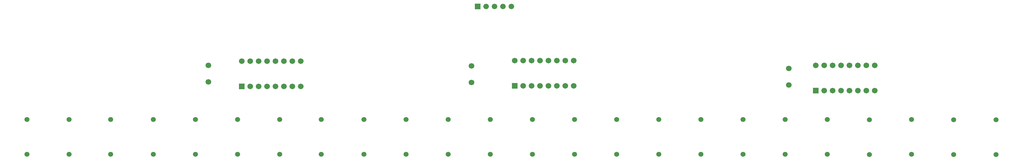
<source format=gbs>
G04 Layer: BottomSolderMaskLayer*
G04 EasyEDA v6.5.43, 2024-08-15 14:15:18*
G04 cb6e2e9fbd21486d88ae5690d2d3dc00,10*
G04 Gerber Generator version 0.2*
G04 Scale: 100 percent, Rotated: No, Reflected: No *
G04 Dimensions in millimeters *
G04 leading zeros omitted , absolute positions ,4 integer and 5 decimal *
%FSLAX45Y45*%
%MOMM*%

%AMMACRO1*4,1,8,-0.8211,-0.8508,-0.8508,-0.821,-0.8508,0.8211,-0.8211,0.8508,0.821,0.8508,0.8508,0.8211,0.8508,-0.821,0.821,-0.8508,-0.8211,-0.8508,0*%
%AMMACRO2*4,1,8,-0.8085,-0.8382,-0.8382,-0.8084,-0.8382,0.8085,-0.8085,0.8382,0.8084,0.8382,0.8382,0.8085,0.8382,-0.8084,0.8084,-0.8382,-0.8085,-0.8382,0*%
%ADD10C,1.7000*%
%ADD11C,1.7016*%
%ADD12MACRO1*%
%ADD13C,1.6764*%
%ADD14MACRO2*%
%ADD15C,1.5016*%

%LPD*%
D10*
G01*
X5981700Y4322013D03*
G01*
X5981700Y4822012D03*
G01*
X13914958Y4309313D03*
G01*
X13914958Y4809312D03*
G01*
X23482300Y4233113D03*
G01*
X23482300Y4733112D03*
D11*
G01*
X6985000Y4953000D03*
G01*
X7239000Y4953000D03*
G01*
X7493000Y4953000D03*
G01*
X7747000Y4953000D03*
G01*
X8001000Y4953000D03*
G01*
X8255000Y4953000D03*
G01*
X8509000Y4953000D03*
G01*
X8763000Y4953000D03*
G01*
X8763000Y4191000D03*
G01*
X8509000Y4191000D03*
G01*
X8255000Y4191000D03*
G01*
X8001000Y4191000D03*
G01*
X7747000Y4191000D03*
G01*
X7493000Y4191000D03*
G01*
X7239000Y4191000D03*
D12*
G01*
X6984992Y4191002D03*
D11*
G01*
X15214600Y4965700D03*
G01*
X15468600Y4965700D03*
G01*
X15722600Y4965700D03*
G01*
X15976600Y4965700D03*
G01*
X16230600Y4965700D03*
G01*
X16484600Y4965700D03*
G01*
X16738600Y4965700D03*
G01*
X16992600Y4965700D03*
G01*
X16992600Y4203700D03*
G01*
X16738600Y4203700D03*
G01*
X16484600Y4203700D03*
G01*
X16230600Y4203700D03*
G01*
X15976600Y4203700D03*
G01*
X15722600Y4203700D03*
G01*
X15468600Y4203700D03*
D12*
G01*
X15214592Y4203702D03*
D11*
G01*
X24295100Y4826000D03*
G01*
X24549100Y4826000D03*
G01*
X24803100Y4826000D03*
G01*
X25057100Y4826000D03*
G01*
X25311100Y4826000D03*
G01*
X25565100Y4826000D03*
G01*
X25819100Y4826000D03*
G01*
X26073100Y4826000D03*
G01*
X26073100Y4064000D03*
G01*
X25819100Y4064000D03*
G01*
X25565100Y4064000D03*
G01*
X25311100Y4064000D03*
G01*
X25057100Y4064000D03*
G01*
X24803100Y4064000D03*
G01*
X24549100Y4064000D03*
D12*
G01*
X24295092Y4064002D03*
D13*
G01*
X15113000Y6604000D03*
G01*
X14859000Y6604000D03*
G01*
X14605000Y6604000D03*
G01*
X14351000Y6604000D03*
D14*
G01*
X14097000Y6604000D03*
D15*
G01*
X10668000Y3191992D03*
G01*
X10668000Y2142007D03*
G01*
X11938000Y3191992D03*
G01*
X11938000Y2142007D03*
G01*
X13208000Y3191992D03*
G01*
X13208000Y2142007D03*
G01*
X14478000Y3191992D03*
G01*
X14478000Y2142007D03*
G01*
X15748000Y3191992D03*
G01*
X15748000Y2142007D03*
G01*
X17018000Y3191992D03*
G01*
X17018000Y2142007D03*
G01*
X18288000Y3191992D03*
G01*
X18288000Y2142007D03*
G01*
X19558000Y3191992D03*
G01*
X19558000Y2142007D03*
G01*
X20828000Y3191992D03*
G01*
X20828000Y2142007D03*
G01*
X22098000Y3191992D03*
G01*
X22098000Y2142007D03*
G01*
X23368000Y3191992D03*
G01*
X23368000Y2142007D03*
G01*
X24638000Y3191992D03*
G01*
X24638000Y2142007D03*
G01*
X25908000Y3179292D03*
G01*
X25908000Y2129307D03*
G01*
X29730700Y3179292D03*
G01*
X29730700Y2129307D03*
G01*
X28448000Y3179292D03*
G01*
X28448000Y2129307D03*
G01*
X27178000Y3191992D03*
G01*
X27178000Y2142007D03*
G01*
X8128000Y2142007D03*
G01*
X8128000Y3191992D03*
G01*
X6858000Y2142007D03*
G01*
X6858000Y3191992D03*
G01*
X5588000Y2142007D03*
G01*
X5588000Y3191992D03*
G01*
X4318000Y2142007D03*
G01*
X4318000Y3191992D03*
G01*
X3035300Y2142007D03*
G01*
X3035300Y3191992D03*
G01*
X1778000Y2142007D03*
G01*
X1778000Y3191992D03*
G01*
X508000Y2142007D03*
G01*
X508000Y3191992D03*
G01*
X9385300Y2142007D03*
G01*
X9385300Y3191992D03*
M02*

</source>
